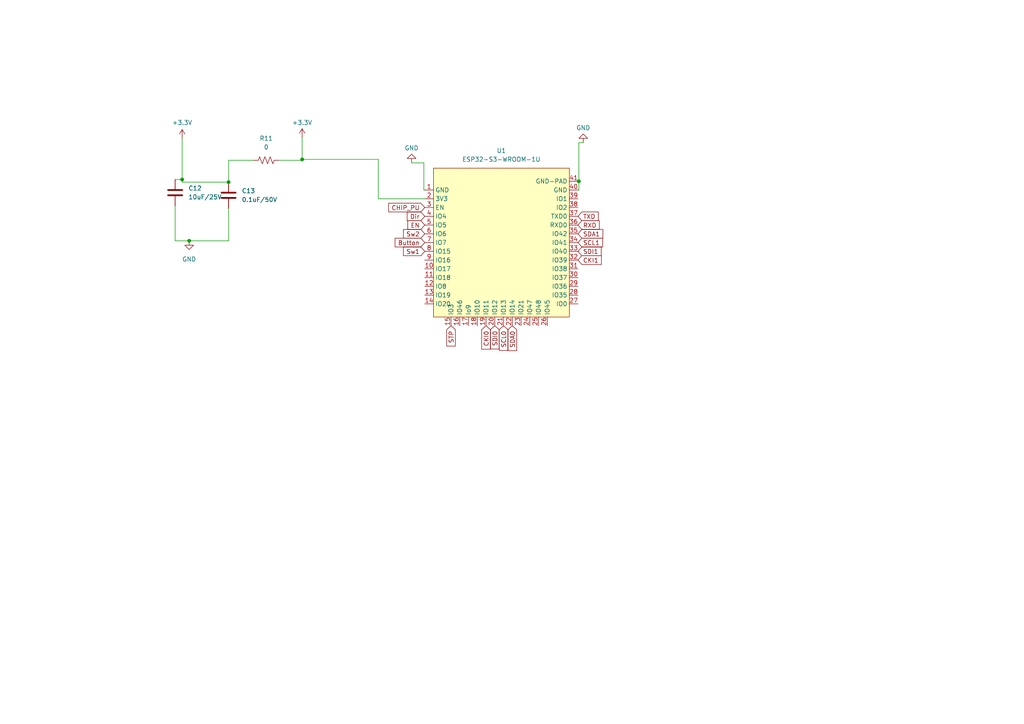
<source format=kicad_sch>
(kicad_sch (version 20230121) (generator eeschema)
  (paper "A4")
  (lib_symbols
    (symbol "Device:C" (pin_numbers hide) (pin_names (offset 0.254))
      (property "Reference" "C" (at 0.635 2.54 0))
      (property "Value" "C" (at 0.635 -2.54 0))
      (symbol "C_0_1"
        (polyline (pts (xy -2.032 -0.762) (xy 2.032 -0.762)) (stroke (width 0.508)))
        (polyline (pts (xy -2.032 0.762) (xy 2.032 0.762)) (stroke (width 0.508)))
      )
      (symbol "C_1_1"
        (pin passive line (at 0 3.81 270) (length 2.794) (name "~") (number "1"))
        (pin passive line (at 0 -3.81 90) (length 2.794) (name "~") (number "2"))
      )
    )
    (symbol "Device:R_US" (pin_numbers hide) (pin_names (offset 0))
      (property "Reference" "R" (at 2.54 0 90))
      (property "Value" "R_US" (at -2.54 0 90))
      (symbol "R_US_0_1"
        (polyline (pts (xy 0 -2.286) (xy 0 -2.54)))
        (polyline (pts (xy 0 2.286) (xy 0 2.54)))
        (polyline (pts (xy 0 -0.762) (xy 1.016 -1.143) (xy 0 -1.524) (xy -1.016 -1.905) (xy 0 -2.286)))
        (polyline (pts (xy 0 0.762) (xy 1.016 0.381) (xy 0 0) (xy -1.016 -0.381) (xy 0 -0.762)))
        (polyline (pts (xy 0 2.286) (xy 1.016 1.905) (xy 0 1.524) (xy -1.016 1.143) (xy 0 0.762)))
      )
      (symbol "R_US_1_1"
        (pin passive line (at 0 3.81 270) (length 1.27) (name "~") (number "1"))
        (pin passive line (at 0 -3.81 90) (length 1.27) (name "~") (number "2"))
      )
    )
    (symbol "Scout_library:ESP32-S3-1U"
      (property "Reference" "U" (at 0 0 0))
      (property "Value" "ESP32-S3-WROOM-1U" (at 0 1.27 0))
      (symbol "ESP32-S3-1U_0_0"
        (pin bidirectional line (at -22.86 -30.48 0) (length 2.54) (name "IO17") (number "10"))
        (pin bidirectional line (at -22.86 -33.02 0) (length 2.54) (name "IO18") (number "11"))
        (pin bidirectional line (at -22.86 -35.56 0) (length 2.54) (name "IO8") (number "12"))
        (pin bidirectional line (at -22.86 -38.1 0) (length 2.54) (name "IO19") (number "13"))
        (pin bidirectional line (at -22.86 -40.64 0) (length 2.54) (name "IO20") (number "14"))
        (pin bidirectional line (at -15.24 -46.99 90) (length 2.54) (name "IO3") (number "15"))
        (pin bidirectional line (at -12.7 -46.99 90) (length 2.54) (name "IO46") (number "16"))
        (pin bidirectional line (at -10.16 -46.99 90) (length 2.54) (name "Io9") (number "17"))
        (pin bidirectional line (at -7.62 -46.99 90) (length 2.54) (name "IO10") (number "18"))
        (pin bidirectional line (at -5.08 -46.99 90) (length 2.54) (name "IO11") (number "19"))
        (pin bidirectional line (at -2.54 -46.99 90) (length 2.54) (name "IO12") (number "20"))
        (pin bidirectional line (at 0 -46.99 90) (length 2.54) (name "IO13") (number "21"))
        (pin bidirectional line (at 2.54 -46.99 90) (length 2.54) (name "IO14") (number "22"))
        (pin bidirectional line (at 5.08 -46.99 90) (length 2.54) (name "IO21") (number "23"))
        (pin bidirectional line (at 7.62 -46.99 90) (length 2.54) (name "IO47") (number "24"))
        (pin bidirectional line (at 10.16 -46.99 90) (length 2.54) (name "IO48") (number "25"))
        (pin bidirectional line (at 12.7 -46.99 90) (length 2.54) (name "IO45") (number "26"))
        (pin bidirectional line (at 21.59 -40.64 180) (length 2.54) (name "IO0") (number "27"))
        (pin bidirectional line (at 21.59 -38.1 180) (length 2.54) (name "IO35") (number "28"))
        (pin bidirectional line (at 21.59 -35.56 180) (length 2.54) (name "IO36") (number "29"))
        (pin bidirectional line (at 21.59 -33.02 180) (length 2.54) (name "IO37") (number "30"))
        (pin bidirectional line (at 21.59 -30.48 180) (length 2.54) (name "IO38") (number "31"))
        (pin bidirectional line (at 21.59 -27.94 180) (length 2.54) (name "IO39") (number "32"))
        (pin bidirectional line (at 21.59 -25.4 180) (length 2.54) (name "IO40") (number "33"))
        (pin bidirectional line (at 21.59 -22.86 180) (length 2.54) (name "IO41") (number "34"))
        (pin bidirectional line (at 21.59 -20.32 180) (length 2.54) (name "IO42") (number "35"))
        (pin bidirectional line (at 21.59 -17.78 180) (length 2.54) (name "RXD0") (number "36"))
        (pin bidirectional line (at 21.59 -15.24 180) (length 2.54) (name "TXD0") (number "37"))
        (pin bidirectional line (at 21.59 -12.7 180) (length 2.54) (name "IO2") (number "38"))
        (pin bidirectional line (at 21.59 -10.16 180) (length 2.54) (name "IO1") (number "39"))
        (pin power_in line (at 21.59 -7.62 180) (length 2.54) (name "GND") (number "40"))
        (pin power_in line (at 21.59 -5.08 180) (length 2.54) (name "GND-PAD") (number "41"))
        (pin bidirectional line (at -22.86 -20.32 0) (length 2.54) (name "IO6") (number "6"))
        (pin bidirectional line (at -22.86 -22.86 0) (length 2.54) (name "IO7") (number "7"))
        (pin bidirectional line (at -22.86 -25.4 0) (length 2.54) (name "IO15") (number "8"))
        (pin bidirectional line (at -22.86 -27.94 0) (length 2.54) (name "IO16") (number "9"))
      )
      (symbol "ESP32-S3-1U_1_0"
        (pin power_in line (at -22.86 -7.62 0) (length 2.54) (name "GND") (number "1"))
        (pin bidirectional line (at -22.86 -10.16 0) (length 2.54) (name "3V3") (number "2"))
        (pin input line (at -22.86 -12.7 0) (length 2.54) (name "EN") (number "3"))
        (pin bidirectional line (at -22.86 -15.24 0) (length 2.54) (name "IO4") (number "4"))
        (pin bidirectional line (at -22.86 -17.78 0) (length 2.54) (name "IO5") (number "5"))
      )
      (symbol "ESP32-S3-1U_1_1"
        (rectangle (start -20.32 -1.27) (end 19.05 -44.45) (fill (type background)))
      )
    )
    (symbol "power:+3.3V" (power) (pin_names (offset 0))
      (property "Value" "+3.3V" (at 0 3.556 0))
      (symbol "+3.3V_0_1"
        (polyline (pts (xy -0.762 1.27) (xy 0 2.54)))
        (polyline (pts (xy 0 0) (xy 0 2.54)))
        (polyline (pts (xy 0 2.54) (xy 0.762 1.27)))
      )
      (symbol "+3.3V_1_1"
        (pin power_in line (at 0 0 90) (length 0) hide (name "+3.3V") (number "1"))
      )
    )
    (symbol "power:GND" (power) (pin_names (offset 0))
      (property "Value" "GND" (at 0 -3.81 0))
      (symbol "GND_0_1"
        (polyline (pts (xy 0 0) (xy 0 -1.27) (xy 1.27 -1.27) (xy 0 -2.54) (xy -1.27 -1.27) (xy 0 -1.27)))
      )
      (symbol "GND_1_1"
        (pin power_in line (at 0 0 270) (length 0) hide (name "GND") (number "1"))
      )
    )
  )
  (junction (at 52.832 52.07))
  (junction (at 66.294 52.832))
  (junction (at 54.864 69.85))
  (junction (at 87.63 46.228))
  (junction (at 167.894 52.578))
  (wire (pts (xy 167.64 52.578) (xy 167.894 52.578)))
  (wire (pts (xy 167.894 52.578) (xy 167.894 55.118)))
  (wire (pts (xy 119.38 47.244) (xy 122.936 47.244)))
  (wire (pts (xy 81.026 46.482) (xy 87.63 46.482)))
  (wire (pts (xy 109.728 46.228) (xy 109.728 57.658)))
  (wire (pts (xy 87.63 46.228) (xy 109.728 46.228)))
  (wire (pts (xy 52.832 52.832) (xy 52.832 52.07)))
  (wire (pts (xy 109.728 57.658) (xy 123.19 57.658)))
  (wire (pts (xy 66.294 69.85) (xy 54.864 69.85)))
  (wire (pts (xy 50.8 59.69) (xy 50.8 69.85)))
  (wire (pts (xy 87.63 39.878) (xy 87.63 46.228)))
  (wire (pts (xy 87.63 46.482) (xy 87.63 46.228)))
  (wire (pts (xy 73.406 46.482) (xy 66.294 46.482)))
  (wire (pts (xy 52.832 40.132) (xy 52.832 52.07)))
  (wire (pts (xy 66.294 60.452) (xy 66.294 69.85)))
  (wire (pts (xy 169.164 41.402) (xy 167.894 41.402)))
  (wire (pts (xy 167.894 41.402) (xy 167.894 52.578)))
  (wire (pts (xy 52.832 52.07) (xy 50.8 52.07)))
  (wire (pts (xy 66.294 46.482) (xy 66.294 52.832)))
  (wire (pts (xy 122.936 47.244) (xy 122.936 55.118)))
  (wire (pts (xy 50.8 69.85) (xy 54.864 69.85)))
  (wire (pts (xy 52.832 52.832) (xy 66.294 52.832)))
  (wire (pts (xy 167.894 55.118) (xy 167.64 55.118)))
  (wire (pts (xy 122.936 55.118) (xy 123.19 55.118)))
  (global_label "RXD" (shape input) (at 167.64 65.278 0) (property "Intersheetrefs" "${INTERSHEET_REFS}" (effects hide)))
  (global_label "CHIP_PU" (shape input) (at 123.19 60.198 180) (property "Intersheetrefs" "${INTERSHEET_REFS}" (effects hide)))
  (global_label "Dir" (shape input) (at 123.19 62.738 180) (property "Intersheetrefs" "${INTERSHEET_REFS}" (effects hide)))
  (global_label "SDA1" (shape input) (at 167.64 67.818 0) (property "Intersheetrefs" "${INTERSHEET_REFS}" (effects hide)))
  (global_label "TXD" (shape input) (at 167.64 62.738 0) (property "Intersheetrefs" "${INTERSHEET_REFS}" (effects hide)))
  (global_label "Sw2" (shape input) (at 123.19 67.818 180) (property "Intersheetrefs" "${INTERSHEET_REFS}" (effects hide)))
  (global_label "CKI0" (shape input) (at 140.97 94.488 270) (property "Intersheetrefs" "${INTERSHEET_REFS}" (effects hide)))
  (global_label "SCL0" (shape input) (at 146.05 94.488 270) (property "Intersheetrefs" "${INTERSHEET_REFS}" (effects hide)))
  (global_label "EN" (shape input) (at 123.19 65.278 180) (property "Intersheetrefs" "${INTERSHEET_REFS}" (effects hide)))
  (global_label "SDI0" (shape input) (at 143.51 94.488 270) (property "Intersheetrefs" "${INTERSHEET_REFS}" (effects hide)))
  (global_label "SDA0" (shape input) (at 148.59 94.488 270) (property "Intersheetrefs" "${INTERSHEET_REFS}" (effects hide)))
  (global_label "Button" (shape input) (at 123.19 70.358 180) (property "Intersheetrefs" "${INTERSHEET_REFS}" (effects hide)))
  (global_label "CKI1" (shape input) (at 167.64 75.438 0) (property "Intersheetrefs" "${INTERSHEET_REFS}" (effects hide)))
  (global_label "SDI1" (shape input) (at 167.64 72.898 0) (property "Intersheetrefs" "${INTERSHEET_REFS}" (effects hide)))
  (global_label "SCL1" (shape input) (at 167.64 70.358 0) (property "Intersheetrefs" "${INTERSHEET_REFS}" (effects hide)))
  (global_label "STP" (shape input) (at 130.81 94.488 270) (property "Intersheetrefs" "${INTERSHEET_REFS}" (effects hide)))
  (global_label "Sw1" (shape input) (at 123.19 72.898 180) (property "Intersheetrefs" "${INTERSHEET_REFS}" (effects hide)))
  (symbol (lib_id "power:+3.3V") (at 87.63 39.878 0) (unit 1)
    (property "Reference" "#PWR049" (effects hide))
    (property "Value" "+3.3V" (at 87.63 35.56 0))
  )
  (symbol (lib_id "power:GND") (at 119.38 47.244 180) (unit 1)
    (property "Reference" "#PWR051" (effects hide))
    (property "Value" "GND" (at 119.38 42.926 0))
  )
  (symbol (lib_id "power:+3.3V") (at 52.832 40.132 0) (unit 1)
    (property "Reference" "#PWR048" (effects hide))
    (property "Value" "+3.3V" (at 52.832 35.56 0))
  )
  (symbol (lib_id "Device:C") (at 50.8 55.88 0) (unit 1)
    (property "Reference" "C12" (at 54.61 54.61 0) (effects (justify left)))
    (property "Value" "10uF/25V" (at 54.61 57.15 0) (effects (justify left)))
  )
  (symbol (lib_id "power:GND") (at 54.864 69.85 0) (unit 1)
    (property "Reference" "#PWR050" (effects hide))
    (property "Value" "GND" (at 54.864 75.184 0))
  )
  (symbol (lib_id "Device:C") (at 66.294 56.642 0) (unit 1)
    (property "Reference" "C13" (at 70.104 55.372 0) (effects (justify left)))
    (property "Value" "0.1uF/50V" (at 70.104 57.912 0) (effects (justify left)))
  )
  (symbol (lib_id "Scout_library:ESP32-S3-1U") (at 146.05 47.498 0) (unit 1)
    (property "Reference" "U1" (at 145.415 43.688 0))
    (property "Value" "ESP32-S3-WROOM-1U" (at 145.415 46.228 0))
    (property "Footprint" "ESP32-S3-WROOM-1U:XCVR_ESP32-S3-WROOM-1U" (effects hide))
    (property "Datasheet" "https://www.espressif.com/sites/default/files/documentation/esp32-s3-wroom-1_wroom-1u_datasheet_en.pdf" (effects hide))
  )
  (symbol (lib_id "power:GND") (at 169.164 41.402 180) (unit 1)
    (property "Reference" "#PWR052" (effects hide))
    (property "Value" "GND" (at 169.164 37.084 0))
  )
  (symbol (lib_id "Device:R_US") (at 77.216 46.482 90) (unit 1)
    (property "Reference" "R11" (at 77.216 40.132 90))
    (property "Value" "0" (at 77.216 42.672 90))
  )
)
</source>
